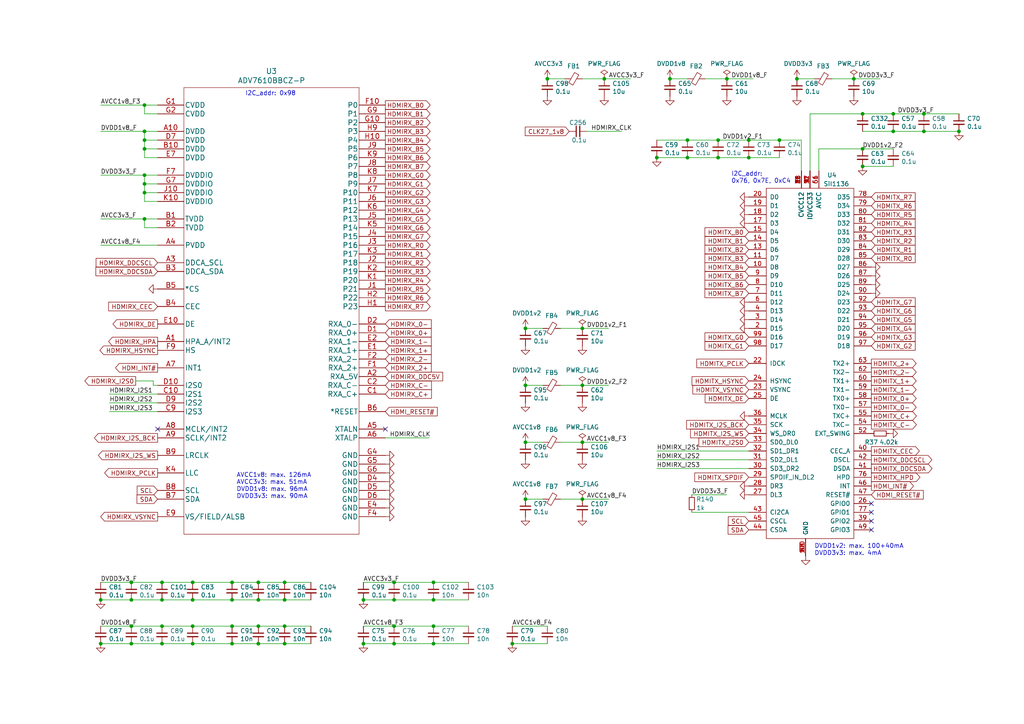
<source format=kicad_sch>
(kicad_sch (version 20250114) (generator "eeschema") (generator_version "9.0")
  (paper "A4")
  (title_block (title "OSSC Pro") (date "2024-05-26") (rev "1.6"))
  (text "AVCC1v8: max. 126mA\nAVCC3v3: max. 51mA\nDVDD1v8: max. 96mA\nDVDD3v3: max. 90mA" (at 68.58 144.78 0) (effects (font (size 1.27 1.27)) (justify left bottom)))
  (text "I2C_addr: 0x98" (at 71.12 27.94 0) (effects (font (size 1.27 1.27)) (justify left bottom)))
  (text "I2C_addr:\n0x76, 0x7E, 0xC4" (at 212.09 53.34 0) (effects (font (size 1.27 1.27)) (justify left bottom)))
  (text "DVDD1v2: max. 100+40mA\nDVDD3v3: max. 4mA" (at 236.22 161.29 0) (effects (font (size 1.27 1.27)) (justify left bottom)))
  (junction (at 125.73 168.91))
  (junction (at 82.55 181.61))
  (junction (at 259.08 33.02))
  (junction (at 217.17 45.72))
  (junction (at 74.93 181.61))
  (junction (at 168.91 128.27))
  (junction (at 38.1 186.69))
  (junction (at 158.75 22.86))
  (junction (at 152.4 144.78))
  (junction (at 114.3 186.69))
  (junction (at 250.19 33.02))
  (junction (at 55.88 181.61))
  (junction (at 46.99 168.91))
  (junction (at 38.1 181.61))
  (junction (at 105.41 173.99))
  (junction (at 125.73 173.99))
  (junction (at 267.97 33.02))
  (junction (at 55.88 186.69))
  (junction (at 168.91 95.25))
  (junction (at 231.14 22.86))
  (junction (at 41.91 38.1))
  (junction (at 114.3 168.91))
  (junction (at 41.91 40.64))
  (junction (at 114.3 181.61))
  (junction (at 278.13 38.1))
  (junction (at 259.08 38.1))
  (junction (at 168.91 111.76))
  (junction (at 38.1 168.91))
  (junction (at 46.99 186.69))
  (junction (at 194.31 22.86))
  (junction (at 208.28 45.72))
  (junction (at 267.97 38.1))
  (junction (at 82.55 173.99))
  (junction (at 199.39 40.64))
  (junction (at 250.19 43.18))
  (junction (at 152.4 128.27))
  (junction (at 82.55 186.69))
  (junction (at 168.91 144.78))
  (junction (at 247.65 22.86))
  (junction (at 175.26 22.86))
  (junction (at 29.21 186.69))
  (junction (at 125.73 181.61))
  (junction (at 38.1 173.99))
  (junction (at 82.55 168.91))
  (junction (at 55.88 168.91))
  (junction (at 41.91 63.5))
  (junction (at 67.31 168.91))
  (junction (at 41.91 53.34))
  (junction (at 74.93 186.69))
  (junction (at 74.93 168.91))
  (junction (at 67.31 186.69))
  (junction (at 67.31 173.99))
  (junction (at 41.91 43.18))
  (junction (at 210.82 22.86))
  (junction (at 114.3 173.99))
  (junction (at 250.19 48.26))
  (junction (at 105.41 186.69))
  (junction (at 67.31 181.61))
  (junction (at 29.21 173.99))
  (junction (at 46.99 181.61))
  (junction (at 199.39 45.72))
  (junction (at 46.99 173.99))
  (junction (at 41.91 30.48))
  (junction (at 190.5 45.72))
  (junction (at 152.4 95.25))
  (junction (at 226.06 40.64))
  (junction (at 74.93 173.99))
  (junction (at 148.59 186.69))
  (junction (at 152.4 111.76))
  (junction (at 41.91 55.88))
  (junction (at 208.28 40.64))
  (junction (at 217.17 40.64))
  (junction (at 41.91 50.8))
  (junction (at 125.73 186.69))
  (junction (at 55.88 173.99))
  (no_connect (at 252.73 148.59))
  (no_connect (at 252.73 146.05))
  (no_connect (at 252.73 153.67))
  (no_connect (at 252.73 151.13))
  (no_connect (at 45.72 124.46))
  (no_connect (at 111.76 124.46))
  (wire (pts (xy 125.73 168.91) (xy 135.89 168.91)))
  (wire (pts (xy 267.97 38.1) (xy 278.13 38.1)))
  (wire (pts (xy 162.56 95.25) (xy 168.91 95.25)))
  (wire (pts (xy 190.5 133.35) (xy 217.17 133.35)))
  (wire (pts (xy 41.91 40.64) (xy 41.91 38.1)))
  (wire (pts (xy 237.49 49.53) (xy 237.49 43.18)))
  (wire (pts (xy 114.3 173.99) (xy 125.73 173.99)))
  (wire (pts (xy 38.1 186.69) (xy 29.21 186.69)))
  (wire (pts (xy 199.39 40.64) (xy 190.5 40.64)))
  (wire (pts (xy 45.72 71.12) (xy 29.21 71.12)))
  (wire (pts (xy 29.21 63.5) (xy 41.91 63.5)))
  (wire (pts (xy 259.08 38.1) (xy 250.19 38.1)))
  (wire (pts (xy 82.55 168.91) (xy 74.93 168.91)))
  (wire (pts (xy 217.17 40.64) (xy 226.06 40.64)))
  (wire (pts (xy 232.41 40.64) (xy 226.06 40.64)))
  (wire (pts (xy 236.22 22.86) (xy 231.14 22.86)))
  (wire (pts (xy 45.72 116.84) (xy 31.75 116.84)))
  (wire (pts (xy 267.97 33.02) (xy 278.13 33.02)))
  (wire (pts (xy 45.72 38.1) (xy 41.91 38.1)))
  (wire (pts (xy 45.72 40.64) (xy 41.91 40.64)))
  (wire (pts (xy 125.73 181.61) (xy 135.89 181.61)))
  (wire (pts (xy 74.93 181.61) (xy 67.31 181.61)))
  (wire (pts (xy 45.72 50.8) (xy 41.91 50.8)))
  (wire (pts (xy 45.72 45.72) (xy 41.91 45.72)))
  (wire (pts (xy 41.91 45.72) (xy 41.91 43.18)))
  (wire (pts (xy 200.66 148.59) (xy 217.17 148.59)))
  (wire (pts (xy 267.97 38.1) (xy 259.08 38.1)))
  (wire (pts (xy 162.56 128.27) (xy 168.91 128.27)))
  (wire (pts (xy 67.31 168.91) (xy 55.88 168.91)))
  (wire (pts (xy 82.55 186.69) (xy 74.93 186.69)))
  (wire (pts (xy 46.99 173.99) (xy 38.1 173.99)))
  (wire (pts (xy 41.91 55.88) (xy 41.91 53.34)))
  (wire (pts (xy 157.48 111.76) (xy 152.4 111.76)))
  (wire (pts (xy 208.28 40.64) (xy 199.39 40.64)))
  (wire (pts (xy 250.19 43.18) (xy 237.49 43.18)))
  (wire (pts (xy 41.91 58.42) (xy 41.91 55.88)))
  (wire (pts (xy 218.44 22.86) (xy 210.82 22.86)))
  (wire (pts (xy 163.83 22.86) (xy 158.75 22.86)))
  (wire (pts (xy 232.41 49.53) (xy 232.41 40.64)))
  (wire (pts (xy 44.45 110.49) (xy 44.45 111.76)))
  (wire (pts (xy 90.17 181.61) (xy 82.55 181.61)))
  (wire (pts (xy 176.53 95.25) (xy 168.91 95.25)))
  (wire (pts (xy 176.53 144.78) (xy 168.91 144.78)))
  (wire (pts (xy 74.93 186.69) (xy 67.31 186.69)))
  (wire (pts (xy 157.48 95.25) (xy 152.4 95.25)))
  (wire (pts (xy 45.72 66.04) (xy 41.91 66.04)))
  (wire (pts (xy 259.08 33.02) (xy 250.19 33.02)))
  (wire (pts (xy 74.93 173.99) (xy 67.31 173.99)))
  (wire (pts (xy 114.3 186.69) (xy 125.73 186.69)))
  (wire (pts (xy 157.48 128.27) (xy 152.4 128.27)))
  (wire (pts (xy 45.72 114.3) (xy 31.75 114.3)))
  (wire (pts (xy 157.48 144.78) (xy 152.4 144.78)))
  (wire (pts (xy 45.72 58.42) (xy 41.91 58.42)))
  (wire (pts (xy 38.1 168.91) (xy 29.21 168.91)))
  (wire (pts (xy 234.95 33.02) (xy 234.95 49.53)))
  (wire (pts (xy 259.08 48.26) (xy 250.19 48.26)))
  (wire (pts (xy 31.75 119.38) (xy 45.72 119.38)))
  (wire (pts (xy 41.91 43.18) (xy 41.91 40.64)))
  (wire (pts (xy 190.5 130.81) (xy 217.17 130.81)))
  (wire (pts (xy 90.17 173.99) (xy 82.55 173.99)))
  (wire (pts (xy 162.56 111.76) (xy 168.91 111.76)))
  (wire (pts (xy 190.5 45.72) (xy 199.39 45.72)))
  (wire (pts (xy 162.56 144.78) (xy 168.91 144.78)))
  (wire (pts (xy 45.72 53.34) (xy 41.91 53.34)))
  (wire (pts (xy 210.82 143.51) (xy 200.66 143.51)))
  (wire (pts (xy 45.72 43.18) (xy 41.91 43.18)))
  (wire (pts (xy 125.73 186.69) (xy 135.89 186.69)))
  (wire (pts (xy 41.91 50.8) (xy 29.21 50.8)))
  (wire (pts (xy 45.72 55.88) (xy 41.91 55.88)))
  (wire (pts (xy 114.3 181.61) (xy 125.73 181.61)))
  (wire (pts (xy 82.55 173.99) (xy 74.93 173.99)))
  (wire (pts (xy 114.3 173.99) (xy 105.41 173.99)))
  (wire (pts (xy 158.75 181.61) (xy 148.59 181.61)))
  (wire (pts (xy 125.73 173.99) (xy 135.89 173.99)))
  (wire (pts (xy 38.1 181.61) (xy 29.21 181.61)))
  (wire (pts (xy 190.5 135.89) (xy 217.17 135.89)))
  (wire (pts (xy 74.93 168.91) (xy 67.31 168.91)))
  (wire (pts (xy 199.39 45.72) (xy 208.28 45.72)))
  (wire (pts (xy 55.88 173.99) (xy 46.99 173.99)))
  (wire (pts (xy 41.91 63.5) (xy 45.72 63.5)))
  (wire (pts (xy 208.28 40.64) (xy 217.17 40.64)))
  (wire (pts (xy 217.17 45.72) (xy 226.06 45.72)))
  (wire (pts (xy 114.3 168.91) (xy 125.73 168.91)))
  (wire (pts (xy 41.91 38.1) (xy 29.21 38.1)))
  (wire (pts (xy 176.53 111.76) (xy 168.91 111.76)))
  (wire (pts (xy 38.1 173.99) (xy 29.21 173.99)))
  (wire (pts (xy 241.3 22.86) (xy 247.65 22.86)))
  (wire (pts (xy 199.39 22.86) (xy 194.31 22.86)))
  (wire (pts (xy 41.91 66.04) (xy 41.91 63.5)))
  (wire (pts (xy 41.91 33.02) (xy 41.91 30.48)))
  (wire (pts (xy 67.31 173.99) (xy 55.88 173.99)))
  (wire (pts (xy 46.99 186.69) (xy 38.1 186.69)))
  (wire (pts (xy 82.55 181.61) (xy 74.93 181.61)))
  (wire (pts (xy 39.37 110.49) (xy 44.45 110.49)))
  (wire (pts (xy 67.31 181.61) (xy 55.88 181.61)))
  (wire (pts (xy 158.75 186.69) (xy 148.59 186.69)))
  (wire (pts (xy 41.91 30.48) (xy 45.72 30.48)))
  (wire (pts (xy 46.99 168.91) (xy 38.1 168.91)))
  (wire (pts (xy 55.88 168.91) (xy 46.99 168.91)))
  (wire (pts (xy 90.17 186.69) (xy 82.55 186.69)))
  (wire (pts (xy 44.45 111.76) (xy 45.72 111.76)))
  (wire (pts (xy 29.21 30.48) (xy 41.91 30.48)))
  (wire (pts (xy 55.88 181.61) (xy 46.99 181.61)))
  (wire (pts (xy 208.28 45.72) (xy 217.17 45.72)))
  (wire (pts (xy 114.3 181.61) (xy 105.41 181.61)))
  (wire (pts (xy 41.91 53.34) (xy 41.91 50.8)))
  (wire (pts (xy 90.17 168.91) (xy 82.55 168.91)))
  (wire (pts (xy 250.19 33.02) (xy 234.95 33.02)))
  (wire (pts (xy 124.46 127) (xy 111.76 127)))
  (wire (pts (xy 46.99 181.61) (xy 38.1 181.61)))
  (wire (pts (xy 180.34 38.1) (xy 170.18 38.1)))
  (wire (pts (xy 67.31 186.69) (xy 55.88 186.69)))
  (wire (pts (xy 168.91 22.86) (xy 175.26 22.86)))
  (wire (pts (xy 45.72 33.02) (xy 41.91 33.02)))
  (wire (pts (xy 55.88 186.69) (xy 46.99 186.69)))
  (wire (pts (xy 255.27 22.86) (xy 247.65 22.86)))
  (wire (pts (xy 259.08 43.18) (xy 250.19 43.18)))
  (wire (pts (xy 182.88 22.86) (xy 175.26 22.86)))
  (wire (pts (xy 259.08 33.02) (xy 267.97 33.02)))
  (wire (pts (xy 204.47 22.86) (xy 210.82 22.86)))
  (wire (pts (xy 176.53 128.27) (xy 168.91 128.27)))
  (wire (pts (xy 114.3 186.69) (xy 105.41 186.69)))
  (wire (pts (xy 114.3 168.91) (xy 105.41 168.91)))
  (label "AVCC1v8_F4" (at 29.21 71.12 0))
  (label "HDMIRX_CLK" (at 113.03 127 0))
  (label "DVDD1v8_F" (at 29.21 181.61 0))
  (label "HDMIRX_I2S1" (at 190.5 130.81 0))
  (label "DVDD1v2_F1" (at 170.18 95.25 0))
  (label "DVDD1v2_F1" (at 209.55 40.64 0))
  (label "AVCC1v8_F3" (at 170.18 128.27 0))
  (label "DVDD1v8_F" (at 29.21 38.1 0))
  (label "DVDD1v2_F2" (at 250.19 43.18 0))
  (label "DVDD1v2_F2" (at 170.18 111.76 0))
  (label "HDMIRX_I2S2" (at 190.5 133.35 0))
  (label "AVCC1v8_F3" (at 105.41 181.61 0))
  (label "HDMIRX_CLK" (at 171.45 38.1 0))
  (label "AVCC1v8_F4" (at 148.59 181.61 0))
  (label "AVCC1v8_F4" (at 170.18 144.78 0))
  (label "HDMIRX_I2S3" (at 31.75 119.38 0))
  (label "DVDD3v3_F" (at 29.21 50.8 0))
  (label "AVCC1v8_F3" (at 29.21 30.48 0))
  (label "AVCC3v3_F" (at 105.41 168.91 0))
  (label "DVDD3v3_F" (at 29.21 168.91 0))
  (label "HDMIRX_I2S2" (at 31.75 116.84 0))
  (label "DVDD3v3_F" (at 248.92 22.86 0))
  (label "HDMIRX_I2S1" (at 31.75 114.3 0))
  (label "DVDD3v3_F" (at 200.66 143.51 0))
  (label "AVCC3v3_F" (at 29.21 63.5 0))
  (label "AVCC3v3_F" (at 176.53 22.86 0))
  (label "DVDD3v3_F" (at 260.35 33.02 0))
  (label "DVDD1v8_F" (at 212.09 22.86 0))
  (label "HDMIRX_I2S3" (at 190.5 135.89 0))
  (global_label "HDMITX_G7" (shape input) (at 252.73 87.63 0) (property "Intersheetrefs" "${INTERSHEET_REFS}" (effects (hide yes))))
  (global_label "HDMIRX_HSYNC" (shape output) (at 45.72 101.6 180) (property "Intersheetrefs" "${INTERSHEET_REFS}" (effects (hide yes))))
  (global_label "HDMITX_DDCSCL" (shape output) (at 252.73 133.35 0) (property "Intersheetrefs" "${INTERSHEET_REFS}" (effects (hide yes))))
  (global_label "HDMITX_PCLK" (shape input) (at 217.17 105.41 180) (property "Intersheetrefs" "${INTERSHEET_REFS}" (effects (hide yes))))
  (global_label "HDMI_RESET#" (shape input) (at 111.76 119.38 0) (property "Intersheetrefs" "${INTERSHEET_REFS}" (effects (hide yes))))
  (global_label "HDMI_RESET#" (shape input) (at 252.73 143.51 0) (property "Intersheetrefs" "${INTERSHEET_REFS}" (effects (hide yes))))
  (global_label "HDMIRX_2-" (shape input) (at 111.76 104.14 0) (property "Intersheetrefs" "${INTERSHEET_REFS}" (effects (hide yes))))
  (global_label "HDMIRX_C+" (shape input) (at 111.76 114.3 0) (property "Intersheetrefs" "${INTERSHEET_REFS}" (effects (hide yes))))
  (global_label "HDMIRX_1+" (shape input) (at 111.76 101.6 0) (property "Intersheetrefs" "${INTERSHEET_REFS}" (effects (hide yes))))
  (global_label "HDMIRX_G7" (shape output) (at 111.76 68.58 0) (property "Intersheetrefs" "${INTERSHEET_REFS}" (effects (hide yes))))
  (global_label "HDMITX_R6" (shape input) (at 252.73 59.69 0) (property "Intersheetrefs" "${INTERSHEET_REFS}" (effects (hide yes))))
  (global_label "HDMIRX_R3" (shape output) (at 111.76 78.74 0) (property "Intersheetrefs" "${INTERSHEET_REFS}" (effects (hide yes))))
  (global_label "SCL" (shape input) (at 217.17 151.13 180) (property "Intersheetrefs" "${INTERSHEET_REFS}" (effects (hide yes))))
  (global_label "HDMITX_G5" (shape input) (at 252.73 92.71 0) (property "Intersheetrefs" "${INTERSHEET_REFS}" (effects (hide yes))))
  (global_label "HDMITX_HPD" (shape output) (at 252.73 138.43 0) (property "Intersheetrefs" "${INTERSHEET_REFS}" (effects (hide yes))))
  (global_label "HDMIRX_B3" (shape output) (at 111.76 38.1 0) (property "Intersheetrefs" "${INTERSHEET_REFS}" (effects (hide yes))))
  (global_label "HDMIRX_B2" (shape output) (at 111.76 35.56 0) (property "Intersheetrefs" "${INTERSHEET_REFS}" (effects (hide yes))))
  (global_label "HDMIRX_B4" (shape output) (at 111.76 40.64 0) (property "Intersheetrefs" "${INTERSHEET_REFS}" (effects (hide yes))))
  (global_label "HDMITX_R2" (shape input) (at 252.73 69.85 0) (property "Intersheetrefs" "${INTERSHEET_REFS}" (effects (hide yes))))
  (global_label "HDMIRX_1-" (shape input) (at 111.76 99.06 0) (property "Intersheetrefs" "${INTERSHEET_REFS}" (effects (hide yes))))
  (global_label "HDMIRX_0-" (shape input) (at 111.76 93.98 0) (property "Intersheetrefs" "${INTERSHEET_REFS}" (effects (hide yes))))
  (global_label "HDMITX_I2S_WS" (shape input) (at 217.17 125.73 180) (property "Intersheetrefs" "${INTERSHEET_REFS}" (effects (hide yes))))
  (global_label "HDMITX_B3" (shape input) (at 217.17 74.93 180) (property "Intersheetrefs" "${INTERSHEET_REFS}" (effects (hide yes))))
  (global_label "HDMITX_SPDIF" (shape input) (at 217.17 138.43 180) (property "Intersheetrefs" "${INTERSHEET_REFS}" (effects (hide yes))))
  (global_label "HDMIRX_R0" (shape output) (at 111.76 71.12 0) (property "Intersheetrefs" "${INTERSHEET_REFS}" (effects (hide yes))))
  (global_label "HDMITX_B4" (shape input) (at 217.17 77.47 180) (property "Intersheetrefs" "${INTERSHEET_REFS}" (effects (hide yes))))
  (global_label "HDMITX_2+" (shape output) (at 252.73 105.41 0) (property "Intersheetrefs" "${INTERSHEET_REFS}" (effects (hide yes))))
  (global_label "HDMIRX_G3" (shape output) (at 111.76 58.42 0) (property "Intersheetrefs" "${INTERSHEET_REFS}" (effects (hide yes))))
  (global_label "HDMIRX_G5" (shape output) (at 111.76 63.5 0) (property "Intersheetrefs" "${INTERSHEET_REFS}" (effects (hide yes))))
  (global_label "HDMIRX_CEC" (shape input) (at 45.72 88.9 180) (property "Intersheetrefs" "${INTERSHEET_REFS}" (effects (hide yes))))
  (global_label "HDMIRX_I2S_BCK" (shape output) (at 45.72 127 180) (property "Intersheetrefs" "${INTERSHEET_REFS}" (effects (hide yes))))
  (global_label "HDMITX_CEC" (shape output) (at 252.73 130.81 0) (property "Intersheetrefs" "${INTERSHEET_REFS}" (effects (hide yes))))
  (global_label "HDMITX_1-" (shape output) (at 252.73 113.03 0) (property "Intersheetrefs" "${INTERSHEET_REFS}" (effects (hide yes))))
  (global_label "HDMITX_1+" (shape output) (at 252.73 110.49 0) (property "Intersheetrefs" "${INTERSHEET_REFS}" (effects (hide yes))))
  (global_label "HDMIRX_VSYNC" (shape output) (at 45.72 149.86 180) (property "Intersheetrefs" "${INTERSHEET_REFS}" (effects (hide yes))))
  (global_label "HDMITX_I2S0" (shape input) (at 217.17 128.27 180) (property "Intersheetrefs" "${INTERSHEET_REFS}" (effects (hide yes))))
  (global_label "HDMITX_DE" (shape input) (at 217.17 115.57 180) (property "Intersheetrefs" "${INTERSHEET_REFS}" (effects (hide yes))))
  (global_label "HDMIRX_R6" (shape output) (at 111.76 86.36 0) (property "Intersheetrefs" "${INTERSHEET_REFS}" (effects (hide yes))))
  (global_label "HDMITX_B7" (shape input) (at 217.17 85.09 180) (property "Intersheetrefs" "${INTERSHEET_REFS}" (effects (hide yes))))
  (global_label "HDMIRX_C-" (shape input) (at 111.76 111.76 0) (property "Intersheetrefs" "${INTERSHEET_REFS}" (effects (hide yes))))
  (global_label "HDMI_INT#" (shape output) (at 45.72 106.68 180) (property "Intersheetrefs" "${INTERSHEET_REFS}" (effects (hide yes))))
  (global_label "HDMITX_R1" (shape input) (at 252.73 72.39 0) (property "Intersheetrefs" "${INTERSHEET_REFS}" (effects (hide yes))))
  (global_label "SDA" (shape input) (at 45.72 144.78 180) (property "Intersheetrefs" "${INTERSHEET_REFS}" (effects (hide yes))))
  (global_label "HDMIRX_DE" (shape output) (at 45.72 93.98 180) (property "Intersheetrefs" "${INTERSHEET_REFS}" (effects (hide yes))))
  (global_label "HDMIRX_PCLK" (shape output) (at 45.72 137.16 180) (property "Intersheetrefs" "${INTERSHEET_REFS}" (effects (hide yes))))
  (global_label "HDMITX_R5" (shape input) (at 252.73 62.23 0) (property "Intersheetrefs" "${INTERSHEET_REFS}" (effects (hide yes))))
  (global_label "HDMITX_G2" (shape input) (at 252.73 100.33 0) (property "Intersheetrefs" "${INTERSHEET_REFS}" (effects (hide yes))))
  (global_label "HDMITX_B5" (shape input) (at 217.17 80.01 180) (property "Intersheetrefs" "${INTERSHEET_REFS}" (effects (hide yes))))
  (global_label "HDMIRX_G0" (shape output) (at 111.76 50.8 0) (property "Intersheetrefs" "${INTERSHEET_REFS}" (effects (hide yes))))
  (global_label "HDMIRX_R1" (shape output) (at 111.76 73.66 0) (property "Intersheetrefs" "${INTERSHEET_REFS}" (effects (hide yes))))
  (global_label "HDMITX_G1" (shape input) (at 217.17 100.33 180) (property "Intersheetrefs" "${INTERSHEET_REFS}" (effects (hide yes))))
  (global_label "HDMIRX_DDCSCL" (shape input) (at 45.72 76.2 180) (property "Intersheetrefs" "${INTERSHEET_REFS}" (effects (hide yes))))
  (global_label "HDMIRX_G4" (shape output) (at 111.76 60.96 0) (property "Intersheetrefs" "${INTERSHEET_REFS}" (effects (hide yes))))
  (global_label "HDMITX_0+" (shape output) (at 252.73 115.57 0) (property "Intersheetrefs" "${INTERSHEET_REFS}" (effects (hide yes))))
  (global_label "HDMIRX_R4" (shape output) (at 111.76 81.28 0) (property "Intersheetrefs" "${INTERSHEET_REFS}" (effects (hide yes))))
  (global_label "SDA" (shape input) (at 217.17 153.67 180) (property "Intersheetrefs" "${INTERSHEET_REFS}" (effects (hide yes))))
  (global_label "HDMIRX_R5" (shape output) (at 111.76 83.82 0) (property "Intersheetrefs" "${INTERSHEET_REFS}" (effects (hide yes))))
  (global_label "HDMITX_2-" (shape output) (at 252.73 107.95 0) (property "Intersheetrefs" "${INTERSHEET_REFS}" (effects (hide yes))))
  (global_label "HDMIRX_G2" (shape output) (at 111.76 55.88 0) (property "Intersheetrefs" "${INTERSHEET_REFS}" (effects (hide yes))))
  (global_label "HDMIRX_B0" (shape output) (at 111.76 30.48 0) (property "Intersheetrefs" "${INTERSHEET_REFS}" (effects (hide yes))))
  (global_label "HDMI_INT#" (shape output) (at 252.73 140.97 0) (property "Intersheetrefs" "${INTERSHEET_REFS}" (effects (hide yes))))
  (global_label "HDMITX_I2S_BCK" (shape input) (at 217.17 123.19 180) (property "Intersheetrefs" "${INTERSHEET_REFS}" (effects (hide yes))))
  (global_label "HDMIRX_B7" (shape output) (at 111.76 48.26 0) (property "Intersheetrefs" "${INTERSHEET_REFS}" (effects (hide yes))))
  (global_label "HDMIRX_I2S_WS" (shape output) (at 45.72 132.08 180) (property "Intersheetrefs" "${INTERSHEET_REFS}" (effects (hide yes))))
  (global_label "HDMITX_G0" (shape input) (at 217.17 97.79 180) (property "Intersheetrefs" "${INTERSHEET_REFS}" (effects (hide yes))))
  (global_label "HDMITX_R7" (shape input) (at 252.73 57.15 0) (property "Intersheetrefs" "${INTERSHEET_REFS}" (effects (hide yes))))
  (global_label "HDMIRX_DDC5V" (shape input) (at 111.76 109.22 0) (property "Intersheetrefs" "${INTERSHEET_REFS}" (effects (hide yes))))
  (global_label "HDMIRX_B6" (shape output) (at 111.76 45.72 0) (property "Intersheetrefs" "${INTERSHEET_REFS}" (effects (hide yes))))
  (global_label "SCL" (shape input) (at 45.72 142.24 180) (property "Intersheetrefs" "${INTERSHEET_REFS}" (effects (hide yes))))
  (global_label "CLK27_1v8" (shape input) (at 165.1 38.1 180) (property "Intersheetrefs" "${INTERSHEET_REFS}" (effects (hide yes))))
  (global_label "HDMIRX_R2" (shape output) (at 111.76 76.2 0) (property "Intersheetrefs" "${INTERSHEET_REFS}" (effects (hide yes))))
  (global_label "HDMIRX_I2S0" (shape output) (at 39.37 110.49 180) (property "Intersheetrefs" "${INTERSHEET_REFS}" (effects (hide yes))))
  (global_label "HDMIRX_G6" (shape output) (at 111.76 66.04 0) (property "Intersheetrefs" "${INTERSHEET_REFS}" (effects (hide yes))))
  (global_label "HDMITX_C+" (shape output) (at 252.73 120.65 0) (property "Intersheetrefs" "${INTERSHEET_REFS}" (effects (hide yes))))
  (global_label "HDMITX_B2" (shape input) (at 217.17 72.39 180) (property "Intersheetrefs" "${INTERSHEET_REFS}" (effects (hide yes))))
  (global_label "HDMIRX_G1" (shape output) (at 111.76 53.34 0) (property "Intersheetrefs" "${INTERSHEET_REFS}" (effects (hide yes))))
  (global_label "HDMITX_C-" (shape output) (at 252.73 123.19 0) (property "Intersheetrefs" "${INTERSHEET_REFS}" (effects (hide yes))))
  (global_label "HDMIRX_0+" (shape input) (at 111.76 96.52 0) (property "Intersheetrefs" "${INTERSHEET_REFS}" (effects (hide yes))))
  (global_label "HDMITX_B6" (shape input) (at 217.17 82.55 180) (property "Intersheetrefs" "${INTERSHEET_REFS}" (effects (hide yes))))
  (global_label "HDMITX_R4" (shape input) (at 252.73 64.77 0) (property "Intersheetrefs" "${INTERSHEET_REFS}" (effects (hide yes))))
  (global_label "HDMITX_G4" (shape input) (at 252.73 95.25 0) (property "Intersheetrefs" "${INTERSHEET_REFS}" (effects (hide yes))))
  (global_label "HDMITX_G6" (shape input) (at 252.73 90.17 0) (property "Intersheetrefs" "${INTERSHEET_REFS}" (effects (hide yes))))
  (global_label "HDMIRX_DDCSDA" (shape input) (at 45.72 78.74 180) (property "Intersheetrefs" "${INTERSHEET_REFS}" (effects (hide yes))))
  (global_label "HDMIRX_2+" (shape input) (at 111.76 106.68 0) (property "Intersheetrefs" "${INTERSHEET_REFS}" (effects (hide yes))))
  (global_label "HDMITX_HSYNC" (shape input) (at 217.17 110.49 180) (property "Intersheetrefs" "${INTERSHEET_REFS}" (effects (hide yes))))
  (global_label "HDMITX_R3" (shape input) (at 252.73 67.31 0) (property "Intersheetrefs" "${INTERSHEET_REFS}" (effects (hide yes))))
  (global_label "HDMITX_B0" (shape input) (at 217.17 67.31 180) (property "Intersheetrefs" "${INTERSHEET_REFS}" (effects (hide yes))))
  (global_label "HDMITX_0-" (shape output) (at 252.73 118.11 0) (property "Intersheetrefs" "${INTERSHEET_REFS}" (effects (hide yes))))
  (global_label "HDMITX_DDCSDA" (shape output) (at 252.73 135.89 0) (property "Intersheetrefs" "${INTERSHEET_REFS}" (effects (hide yes))))
  (global_label "HDMITX_R0" (shape input) (at 252.73 74.93 0) (property "Intersheetrefs" "${INTERSHEET_REFS}" (effects (hide yes))))
  (global_label "HDMITX_VSYNC" (shape input) (at 217.17 113.03 180) (property "Intersheetrefs" "${INTERSHEET_REFS}" (effects (hide yes))))
  (global_label "HDMITX_B1" (shape input) (at 217.17 69.85 180) (property "Intersheetrefs" "${INTERSHEET_REFS}" (effects (hide yes))))
  (global_label "HDMIRX_B5" (shape output) (at 111.76 43.18 0) (property "Intersheetrefs" "${INTERSHEET_REFS}" (effects (hide yes))))
  (global_label "HDMIRX_HPA" (shape output) (at 45.72 99.06 180) (property "Intersheetrefs" "${INTERSHEET_REFS}" (effects (hide yes))))
  (global_label "HDMIRX_B1" (shape output) (at 111.76 33.02 0) (property "Intersheetrefs" "${INTERSHEET_REFS}" (effects (hide yes))))
  (global_label "HDMIRX_R7" (shape output) (at 111.76 88.9 0) (property "Intersheetrefs" "${INTERSHEET_REFS}" (effects (hide yes))))
  (global_label "HDMITX_G3" (shape input) (at 252.73 97.79 0) (property "Intersheetrefs" "${INTERSHEET_REFS}" (effects (hide yes))))
  (symbol (lib_id "custom_components:ADV7610BBCZ") (at 45.72 30.48 0) (unit 1)
    (property "Reference" "U3" (at 78.74 20.6502 0) (effects (font (size 1.524 1.524))))
    (property "Value" "ADV7610BBCZ-P" (at 78.74 23.3426 0) (effects (font (size 1.524 1.524))))
    (property "Footprint" "custom_components:ADV7610BBCZ" (effects (hide yes)))
  )
  (symbol (lib_id "Device:C_Small") (at 267.97 35.56 0) (unit 1)
    (property "Reference" "C58" (at 270.3068 34.3916 0) (effects (justify left)))
    (property "Value" "0.1u" (at 270.3068 36.703 0) (effects (justify left)))
    (property "Footprint" "Capacitor_SMD:C_0402_1005Metric" (effects (hide yes)))
  )
  (symbol (lib_id "Device:C_Small") (at 190.5 43.18 0) (unit 1)
    (property "Reference" "C59" (at 192.8368 42.0116 0) (effects (justify left)))
    (property "Value" "0.1u" (at 192.8368 44.323 0) (effects (justify left)))
    (property "Footprint" "Capacitor_SMD:C_0402_1005Metric" (effects (hide yes)))
  )
  (symbol (lib_id "Device:C_Small") (at 199.39 43.18 0) (unit 1)
    (property "Reference" "C60" (at 201.7268 42.0116 0) (effects (justify left)))
    (property "Value" "0.1u" (at 201.7268 44.323 0) (effects (justify left)))
    (property "Footprint" "Capacitor_SMD:C_0402_1005Metric" (effects (hide yes)))
  )
  (symbol (lib_id "power:GND") (at 278.13 38.1 0) (unit 1)
    (property "Reference" "#PWR0409" (effects (hide yes)))
    (property "Value" "GND" (effects (hide yes)))
  )
  (symbol (lib_id "Device:C_Small") (at 259.08 35.56 0) (unit 1)
    (property "Reference" "C57" (at 261.4168 34.3916 0) (effects (justify left)))
    (property "Value" "0.1u" (at 261.4168 36.703 0) (effects (justify left)))
    (property "Footprint" "Capacitor_SMD:C_0402_1005Metric" (effects (hide yes)))
  )
  (symbol (lib_id "Device:C_Small") (at 278.13 35.56 0) (unit 1)
    (property "Reference" "C70" (at 280.4668 34.3916 0) (effects (justify left)))
    (property "Value" "0.1u" (at 280.4668 36.703 0) (effects (justify left)))
    (property "Footprint" "Capacitor_SMD:C_0402_1005Metric" (effects (hide yes)))
  )
  (symbol (lib_id "Device:C_Small") (at 259.08 45.72 0) (unit 1)
    (property "Reference" "C64" (at 261.4168 44.5516 0) (effects (justify left)))
    (property "Value" "0.1u" (at 261.4168 46.863 0) (effects (justify left)))
    (property "Footprint" "Capacitor_SMD:C_0402_1005Metric" (effects (hide yes)))
  )
  (symbol (lib_id "Device:C_Small") (at 250.19 45.72 0) (unit 1)
    (property "Reference" "C63" (at 252.5268 44.5516 0) (effects (justify left)))
    (property "Value" "0.1u" (at 252.5268 46.863 0) (effects (justify left)))
    (property "Footprint" "Capacitor_SMD:C_0402_1005Metric" (effects (hide yes)))
  )
  (symbol (lib_id "power:GND") (at 250.19 48.26 0) (unit 1)
    (property "Reference" "#PWR0411" (effects (hide yes)))
    (property "Value" "GND" (effects (hide yes)))
  )
  (symbol (lib_id "power:GND") (at 233.68 161.29 0) (unit 1)
    (property "Reference" "#PWR0412" (effects (hide yes)))
    (property "Value" "GND" (effects (hide yes)))
  )
  (symbol (lib_id "power:GND") (at 217.17 140.97 270) (unit 1)
    (property "Reference" "#PWR0413" (effects (hide yes)))
    (property "Value" "GND" (effects (hide yes)))
  )
  (symbol (lib_id "Device:R_Small") (at 255.27 125.73 270) (unit 1)
    (property "Reference" "R37" (at 252.73 128.27 90))
    (property "Value" "4.02k" (at 257.81 128.27 90))
    (property "Footprint" "Resistor_SMD:R_0603_1608Metric" (effects (hide yes)))
  )
  (symbol (lib_id "power:GND") (at 257.81 125.73 90) (unit 1)
    (property "Reference" "#PWR0414" (effects (hide yes)))
    (property "Value" "GND" (effects (hide yes)))
  )
  (symbol (lib_id "Device:C_Small") (at 158.75 25.4 0) (unit 1)
    (property "Reference" "C98" (at 161.0868 24.2316 0) (effects (justify left)))
    (property "Value" "0.1u" (at 161.0868 26.543 0) (effects (justify left)))
    (property "Footprint" "Capacitor_SMD:C_0402_1005Metric" (effects (hide yes)))
  )
  (symbol (lib_id "Device:C_Small") (at 175.26 25.4 0) (unit 1)
    (property "Reference" "C105" (at 177.5968 24.2316 0) (effects (justify left)))
    (property "Value" "10u" (at 177.5968 26.543 0) (effects (justify left)))
    (property "Footprint" "Capacitor_SMD:C_0603_1608Metric" (effects (hide yes)))
  )
  (symbol (lib_id "custom_components:AVCC3v3") (at 158.75 22.86 0) (unit 1)
    (property "Reference" "#PWR0415" (effects (hide yes)))
    (property "Value" "AVCC3v3" (at 159.131 18.4658 0))
  )
  (symbol (lib_id "power:GND") (at 158.75 27.94 0) (unit 1)
    (property "Reference" "#PWR0416" (effects (hide yes)))
    (property "Value" "GND" (effects (hide yes)))
  )
  (symbol (lib_id "power:GND") (at 175.26 27.94 0) (unit 1)
    (property "Reference" "#PWR0417" (effects (hide yes)))
    (property "Value" "GND" (effects (hide yes)))
  )
  (symbol (lib_id "Device:C_Small") (at 194.31 25.4 0) (unit 1)
    (property "Reference" "C65" (at 196.6468 24.2316 0) (effects (justify left)))
    (property "Value" "0.1u" (at 196.6468 26.543 0) (effects (justify left)))
    (property "Footprint" "Capacitor_SMD:C_0402_1005Metric" (effects (hide yes)))
  )
  (symbol (lib_id "Device:C_Small") (at 210.82 25.4 0) (unit 1)
    (property "Reference" "C61" (at 213.1568 24.2316 0) (effects (justify left)))
    (property "Value" "10u" (at 213.1568 26.543 0) (effects (justify left)))
    (property "Footprint" "Capacitor_SMD:C_0603_1608Metric" (effects (hide yes)))
  )
  (symbol (lib_id "power:GND") (at 194.31 27.94 0) (unit 1)
    (property "Reference" "#PWR0418" (effects (hide yes)))
    (property "Value" "GND" (effects (hide yes)))
  )
  (symbol (lib_id "power:GND") (at 210.82 27.94 0) (unit 1)
    (property "Reference" "#PWR0419" (effects (hide yes)))
    (property "Value" "GND" (effects (hide yes)))
  )
  (symbol (lib_id "custom_components:DVDD1v8") (at 194.31 22.86 0) (unit 1)
    (property "Reference" "#PWR0420" (effects (hide yes)))
    (property "Value" "DVDD1v8" (at 194.691 18.4658 0))
  )
  (symbol (lib_id "Device:C_Small") (at 231.14 25.4 0) (unit 1)
    (property "Reference" "C68" (at 233.4768 24.2316 0) (effects (justify left)))
    (property "Value" "0.1u" (at 233.4768 26.543 0) (effects (justify left)))
    (property "Footprint" "Capacitor_SMD:C_0402_1005Metric" (effects (hide yes)))
  )
  (symbol (lib_id "Device:C_Small") (at 247.65 25.4 0) (unit 1)
    (property "Reference" "C69" (at 249.9868 24.2316 0) (effects (justify left)))
    (property "Value" "10u" (at 249.9868 26.543 0) (effects (justify left)))
    (property "Footprint" "Capacitor_SMD:C_0603_1608Metric" (effects (hide yes)))
  )
  (symbol (lib_id "power:GND") (at 231.14 27.94 0) (unit 1)
    (property "Reference" "#PWR0421" (effects (hide yes)))
    (property "Value" "GND" (effects (hide yes)))
  )
  (symbol (lib_id "power:GND") (at 247.65 27.94 0) (unit 1)
    (property "Reference" "#PWR0422" (effects (hide yes)))
    (property "Value" "GND" (effects (hide yes)))
  )
  (symbol (lib_id "custom_components:DVDD3v3") (at 231.14 22.86 0) (unit 1)
    (property "Reference" "#PWR0423" (effects (hide yes)))
    (property "Value" "DVDD3v3" (at 231.521 18.4658 0))
  )
  (symbol (lib_id "Device:C_Small") (at 167.64 38.1 90) (unit 1)
    (property "Reference" "C256" (at 170.18 35.56 90) (effects (justify left)))
    (property "Value" "0.1u" (at 170.18 40.64 90) (effects (justify left)))
    (property "Footprint" "Capacitor_SMD:C_0402_1005Metric" (effects (hide yes)))
  )
  (symbol (lib_id "Device:C_Small") (at 152.4 97.79 0) (unit 1)
    (property "Reference" "C67" (at 154.7368 96.6216 0) (effects (justify left)))
    (property "Value" "0.1u" (at 154.7368 98.933 0) (effects (justify left)))
    (property "Footprint" "Capacitor_SMD:C_0402_1005Metric" (effects (hide yes)))
  )
  (symbol (lib_id "Device:C_Small") (at 168.91 97.79 0) (unit 1)
    (property "Reference" "C71" (at 171.2468 96.6216 0) (effects (justify left)))
    (property "Value" "10u" (at 171.2468 98.933 0) (effects (justify left)))
    (property "Footprint" "Capacitor_SMD:C_0603_1608Metric" (effects (hide yes)))
  )
  (symbol (lib_id "power:GND") (at 152.4 100.33 0) (unit 1)
    (property "Reference" "#PWR0424" (effects (hide yes)))
    (property "Value" "GND" (effects (hide yes)))
  )
  (symbol (lib_id "power:GND") (at 168.91 100.33 0) (unit 1)
    (property "Reference" "#PWR0425" (effects (hide yes)))
    (property "Value" "GND" (effects (hide yes)))
  )
  (symbol (lib_id "Device:C_Small") (at 152.4 114.3 0) (unit 1)
    (property "Reference" "C95" (at 154.7368 113.1316 0) (effects (justify left)))
    (property "Value" "0.1u" (at 154.7368 115.443 0) (effects (justify left)))
    (property "Footprint" "Capacitor_SMD:C_0402_1005Metric" (effects (hide yes)))
  )
  (symbol (lib_id "Device:C_Small") (at 168.91 114.3 0) (unit 1)
    (property "Reference" "C62" (at 171.2468 113.1316 0) (effects (justify left)))
    (property "Value" "10u" (at 171.2468 115.443 0) (effects (justify left)))
    (property "Footprint" "Capacitor_SMD:C_0603_1608Metric" (effects (hide yes)))
  )
  (symbol (lib_id "power:GND") (at 152.4 116.84 0) (unit 1)
    (property "Reference" "#PWR0427" (effects (hide yes)))
    (property "Value" "GND" (effects (hide yes)))
  )
  (symbol (lib_id "power:GND") (at 168.91 116.84 0) (unit 1)
    (property "Reference" "#PWR0428" (effects (hide yes)))
    (property "Value" "GND" (effects (hide yes)))
  )
  (symbol (lib_id "Device:C_Small") (at 152.4 130.81 0) (unit 1)
    (property "Reference" "C96" (at 154.7368 129.6416 0) (effects (justify left)))
    (property "Value" "0.1u" (at 154.7368 131.953 0) (effects (justify left)))
    (property "Footprint" "Capacitor_SMD:C_0402_1005Metric" (effects (hide yes)))
  )
  (symbol (lib_id "Device:C_Small") (at 168.91 130.81 0) (unit 1)
    (property "Reference" "C106" (at 171.2468 129.6416 0) (effects (justify left)))
    (property "Value" "10u" (at 171.2468 131.953 0) (effects (justify left)))
    (property "Footprint" "Capacitor_SMD:C_0603_1608Metric" (effects (hide yes)))
  )
  (symbol (lib_id "power:GND") (at 152.4 133.35 0) (unit 1)
    (property "Reference" "#PWR0430" (effects (hide yes)))
    (property "Value" "GND" (effects (hide yes)))
  )
  (symbol (lib_id "power:GND") (at 168.91 133.35 0) (unit 1)
    (property "Reference" "#PWR0431" (effects (hide yes)))
    (property "Value" "GND" (effects (hide yes)))
  )
  (symbol (lib_id "custom_components:AVCC1v8") (at 152.4 128.27 0) (unit 1)
    (property "Reference" "#PWR0432" (effects (hide yes)))
    (property "Value" "AVCC1v8" (at 152.781 123.8758 0))
  )
  (symbol (lib_id "Device:C_Small") (at 152.4 147.32 0) (unit 1)
    (property "Reference" "C97" (at 154.7368 146.1516 0) (effects (justify left)))
    (property "Value" "0.1u" (at 154.7368 148.463 0) (effects (justify left)))
    (property "Footprint" "Capacitor_SMD:C_0402_1005Metric" (effects (hide yes)))
  )
  (symbol (lib_id "Device:C_Small") (at 168.91 147.32 0) (unit 1)
    (property "Reference" "C107" (at 171.2468 146.1516 0) (effects (justify left)))
    (property "Value" "10u" (at 171.2468 148.463 0) (effects (justify left)))
    (property "Footprint" "Capacitor_SMD:C_0603_1608Metric" (effects (hide yes)))
  )
  (symbol (lib_id "power:GND") (at 152.4 149.86 0) (unit 1)
    (property "Reference" "#PWR0433" (effects (hide yes)))
    (property "Value" "GND" (effects (hide yes)))
  )
  (symbol (lib_id "power:GND") (at 168.91 149.86 0) (unit 1)
    (property "Reference" "#PWR0434" (effects (hide yes)))
    (property "Value" "GND" (effects (hide yes)))
  )
  (symbol (lib_id "custom_components:AVCC1v8") (at 152.4 144.78 0) (unit 1)
    (property "Reference" "#PWR0435" (effects (hide yes)))
    (property "Value" "AVCC1v8" (at 152.781 140.3858 0))
  )
  (symbol (lib_id "Device:C_Small") (at 29.21 171.45 0) (unit 1)
    (property "Reference" "C81" (at 31.5468 170.2816 0) (effects (justify left)))
    (property "Value" "0.1u" (at 31.5468 172.593 0) (effects (justify left)))
    (property "Footprint" "Capacitor_SMD:C_0402_1005Metric" (effects (hide yes)))
  )
  (symbol (lib_id "power:GND") (at 29.21 173.99 0) (unit 1)
    (property "Reference" "#PWR0436" (effects (hide yes)))
    (property "Value" "GND" (effects (hide yes)))
  )
  (symbol (lib_id "Device:C_Small") (at 38.1 171.45 0) (unit 1)
    (property "Reference" "C82" (at 40.4368 170.2816 0) (effects (justify left)))
    (property "Value" "0.1u" (at 40.4368 172.593 0) (effects (justify left)))
    (property "Footprint" "Capacitor_SMD:C_0402_1005Metric" (effects (hide yes)))
  )
  (symbol (lib_id "Device:C_Small") (at 46.99 171.45 0) (unit 1)
    (property "Reference" "C101" (at 49.3268 170.2816 0) (effects (justify left)))
    (property "Value" "0.1u" (at 49.3268 172.593 0) (effects (justify left)))
    (property "Footprint" "Capacitor_SMD:C_0402_1005Metric" (effects (hide yes)))
  )
  (symbol (lib_id "Device:C_Small") (at 55.88 171.45 0) (unit 1)
    (property "Reference" "C83" (at 58.2168 170.2816 0) (effects (justify left)))
    (property "Value" "0.1u" (at 58.2168 172.593 0) (effects (justify left)))
    (property "Footprint" "Capacitor_SMD:C_0402_1005Metric" (effects (hide yes)))
  )
  (symbol (lib_id "Device:C_Small") (at 67.31 171.45 0) (unit 1)
    (property "Reference" "C84" (at 69.6468 170.2816 0) (effects (justify left)))
    (property "Value" "10n" (at 69.6468 172.593 0) (effects (justify left)))
    (property "Footprint" "Capacitor_SMD:C_0402_1005Metric" (effects (hide yes)))
  )
  (symbol (lib_id "Device:C_Small") (at 74.93 171.45 0) (unit 1)
    (property "Reference" "C85" (at 77.2668 170.2816 0) (effects (justify left)))
    (property "Value" "10n" (at 77.2668 172.593 0) (effects (justify left)))
    (property "Footprint" "Capacitor_SMD:C_0402_1005Metric" (effects (hide yes)))
  )
  (symbol (lib_id "Device:C_Small") (at 82.55 171.45 0) (unit 1)
    (property "Reference" "C86" (at 84.8868 170.2816 0) (effects (justify left)))
    (property "Value" "10n" (at 84.8868 172.593 0) (effects (justify left)))
    (property "Footprint" "Capacitor_SMD:C_0402_1005Metric" (effects (hide yes)))
  )
  (symbol (lib_id "Device:C_Small") (at 90.17 171.45 0) (unit 1)
    (property "Reference" "C104" (at 92.5068 170.2816 0) (effects (justify left)))
    (property "Value" "10n" (at 92.5068 172.593 0) (effects (justify left)))
    (property "Footprint" "Capacitor_SMD:C_0402_1005Metric" (effects (hide yes)))
  )
  (symbol (lib_id "Device:C_Small") (at 29.21 184.15 0) (unit 1)
    (property "Reference" "C87" (at 31.5468 182.9816 0) (effects (justify left)))
    (property "Value" "0.1u" (at 31.5468 185.293 0) (effects (justify left)))
    (property "Footprint" "Capacitor_SMD:C_0402_1005Metric" (effects (hide yes)))
  )
  (symbol (lib_id "power:GND") (at 29.21 186.69 0) (unit 1)
    (property "Reference" "#PWR0437" (effects (hide yes)))
    (property "Value" "GND" (effects (hide yes)))
  )
  (symbol (lib_id "Device:C_Small") (at 38.1 184.15 0) (unit 1)
    (property "Reference" "C88" (at 40.4368 182.9816 0) (effects (justify left)))
    (property "Value" "0.1u" (at 40.4368 185.293 0) (effects (justify left)))
    (property "Footprint" "Capacitor_SMD:C_0402_1005Metric" (effects (hide yes)))
  )
  (symbol (lib_id "Device:C_Small") (at 46.99 184.15 0) (unit 1)
    (property "Reference" "C89" (at 49.3268 182.9816 0) (effects (justify left)))
    (property "Value" "0.1u" (at 49.3268 185.293 0) (effects (justify left)))
    (property "Footprint" "Capacitor_SMD:C_0402_1005Metric" (effects (hide yes)))
  )
  (symbol (lib_id "Device:C_Small") (at 55.88 184.15 0) (unit 1)
    (property "Reference" "C90" (at 58.2168 182.9816 0) (effects (justify left)))
    (property "Value" "0.1u" (at 58.2168 185.293 0) (effects (justify left)))
    (property "Footprint" "Capacitor_SMD:C_0402_1005Metric" (effects (hide yes)))
  )
  (symbol (lib_id "Device:C_Small") (at 67.31 184.15 0) (unit 1)
    (property "Reference" "C91" (at 69.6468 182.9816 0) (effects (justify left)))
    (property "Value" "10n" (at 69.6468 185.293 0) (effects (justify left)))
    (property "Footprint" "Capacitor_SMD:C_0402_1005Metric" (effects (hide yes)))
  )
  (symbol (lib_id "Device:C_Small") (at 74.93 184.15 0) (unit 1)
    (property "Reference" "C92" (at 77.2668 182.9816 0) (effects (justify left)))
    (property "Value" "10n" (at 77.2668 185.293 0) (effects (justify left)))
    (property "Footprint" "Capacitor_SMD:C_0402_1005Metric" (effects (hide yes)))
  )
  (symbol (lib_id "Device:C_Small") (at 82.55 184.15 0) (unit 1)
    (property "Reference" "C93" (at 84.8868 182.9816 0) (effects (justify left)))
    (property "Value" "10n" (at 84.8868 185.293 0) (effects (justify left)))
    (property "Footprint" "Capacitor_SMD:C_0402_1005Metric" (effects (hide yes)))
  )
  (symbol (lib_id "Device:C_Small") (at 90.17 184.15 0) (unit 1)
    (property "Reference" "C94" (at 92.5068 182.9816 0) (effects (justify left)))
    (property "Value" "10n" (at 92.5068 185.293 0) (effects (justify left)))
    (property "Footprint" "Capacitor_SMD:C_0402_1005Metric" (effects (hide yes)))
  )
  (symbol (lib_id "Device:C_Small") (at 105.41 171.45 0) (unit 1)
    (property "Reference" "C99" (at 107.7468 170.2816 0) (effects (justify left)))
    (property "Value" "0.1u" (at 107.7468 172.593 0) (effects (justify left)))
    (property "Footprint" "Capacitor_SMD:C_0402_1005Metric" (effects (hide yes)))
  )
  (symbol (lib_id "power:GND") (at 105.41 173.99 0) (unit 1)
    (property "Reference" "#PWR0438" (effects (hide yes)))
    (property "Value" "GND" (effects (hide yes)))
  )
  (symbol (lib_id "Device:C_Small") (at 114.3 171.45 0) (unit 1)
    (property "Reference" "C100" (at 116.6368 170.2816 0) (effects (justify left)))
    (property "Value" "0.1u" (at 116.6368 172.593 0) (effects (justify left)))
    (property "Footprint" "Capacitor_SMD:C_0402_1005Metric" (effects (hide yes)))
  )
  (symbol (lib_id "Device:C_Small") (at 125.73 171.45 0) (unit 1)
    (property "Reference" "C102" (at 128.0668 170.2816 0) (effects (justify left)))
    (property "Value" "10n" (at 128.0668 172.593 0) (effects (justify left)))
    (property "Footprint" "Capacitor_SMD:C_0402_1005Metric" (effects (hide yes)))
  )
  (symbol (lib_id "Device:C_Small") (at 135.89 171.45 0) (unit 1)
    (property "Reference" "C103" (at 138.2268 170.2816 0) (effects (justify left)))
    (property "Value" "10n" (at 138.2268 172.593 0) (effects (justify left)))
    (property "Footprint" "Capacitor_SMD:C_0402_1005Metric" (effects (hide yes)))
  )
  (symbol (lib_id "Device:C_Small") (at 105.41 184.15 0) (unit 1)
    (property "Reference" "C75" (at 107.7468 182.9816 0) (effects (justify left)))
    (property "Value" "0.1u" (at 107.7468 185.293 0) (effects (justify left)))
    (property "Footprint" "Capacitor_SMD:C_0402_1005Metric" (effects (hide yes)))
  )
  (symbol (lib_id "power:GND") (at 105.41 186.69 0) (unit 1)
    (property "Reference" "#PWR0439" (effects (hide yes)))
    (property "Value" "GND" (effects (hide yes)))
  )
  (symbol (lib_id "Device:C_Small") (at 114.3 184.15 0) (unit 1)
    (property "Reference" "C76" (at 116.6368 182.9816 0) (effects (justify left)))
    (property "Value" "0.1u" (at 116.6368 185.293 0) (effects (justify left)))
    (property "Footprint" "Capacitor_SMD:C_0402_1005Metric" (effects (hide yes)))
  )
  (symbol (lib_id "Device:C_Small") (at 125.73 184.15 0) (unit 1)
    (property "Reference" "C77" (at 128.0668 182.9816 0) (effects (justify left)))
    (property "Value" "10n" (at 128.0668 185.293 0) (effects (justify left)))
    (property "Footprint" "Capacitor_SMD:C_0402_1005Metric" (effects (hide yes)))
  )
  (symbol (lib_id "Device:C_Small") (at 135.89 184.15 0) (unit 1)
    (property "Reference" "C78" (at 138.2268 182.9816 0) (effects (justify left)))
    (property "Value" "10n" (at 138.2268 185.293 0) (effects (justify left)))
    (property "Footprint" "Capacitor_SMD:C_0402_1005Metric" (effects (hide yes)))
  )
  (symbol (lib_id "Device:C_Small") (at 148.59 184.15 0) (unit 1)
    (property "Reference" "C79" (at 150.9268 182.9816 0) (effects (justify left)))
    (property "Value" "0.1u" (at 150.9268 185.293 0) (effects (justify left)))
    (property "Footprint" "Capacitor_SMD:C_0402_1005Metric" (effects (hide yes)))
  )
  (symbol (lib_id "power:GND") (at 148.59 186.69 0) (unit 1)
    (property "Reference" "#PWR0440" (effects (hide yes)))
    (property "Value" "GND" (effects (hide yes)))
  )
  (symbol (lib_id "Device:C_Small") (at 158.75 184.15 0) (unit 1)
    (property "Reference" "C80" (at 161.0868 182.9816 0) (effects (justify left)))
    (property "Value" "10n" (at 161.0868 185.293 0) (effects (justify left)))
    (property "Footprint" "Capacitor_SMD:C_0402_1005Metric" (effects (hide yes)))
  )
  (symbol (lib_id "power:GND") (at 217.17 120.65 270) (unit 1)
    (property "Reference" "#PWR0531" (effects (hide yes)))
    (property "Value" "GND" (effects (hide yes)))
  )
  (symbol (lib_id "power:PWR_FLAG") (at 168.91 144.78 0) (unit 1)
    (property "Reference" "#FLG0111" (effects (hide yes)))
    (property "Value" "PWR_FLAG" (at 168.91 140.3858 0))
  )
  (symbol (lib_id "power:PWR_FLAG") (at 168.91 128.27 0) (unit 1)
    (property "Reference" "#FLG0112" (effects (hide yes)))
    (property "Value" "PWR_FLAG" (at 168.91 123.8758 0))
  )
  (symbol (lib_id "power:PWR_FLAG") (at 168.91 111.76 0) (unit 1)
    (property "Reference" "#FLG0113" (effects (hide yes)))
    (property "Value" "PWR_FLAG" (at 168.91 107.3658 0))
  )
  (symbol (lib_id "power:PWR_FLAG") (at 168.91 95.25 0) (unit 1)
    (property "Reference" "#FLG0114" (effects (hide yes)))
    (property "Value" "PWR_FLAG" (at 168.91 90.8558 0))
  )
  (symbol (lib_id "power:PWR_FLAG") (at 247.65 22.86 0) (unit 1)
    (property "Reference" "#FLG0115" (effects (hide yes)))
    (property "Value" "PWR_FLAG" (at 247.65 18.4658 0))
  )
  (symbol (lib_id "power:PWR_FLAG") (at 210.82 22.86 0) (unit 1)
    (property "Reference" "#FLG0116" (effects (hide yes)))
    (property "Value" "PWR_FLAG" (at 210.82 18.4658 0))
  )
  (symbol (lib_id "power:PWR_FLAG") (at 175.26 22.86 0) (unit 1)
    (property "Reference" "#FLG0117" (effects (hide yes)))
    (property "Value" "PWR_FLAG" (at 175.26 18.4658 0))
  )
  (symbol (lib_id "power:GND") (at 45.72 83.82 270) (unit 1)
    (property "Reference" "#PWR0399" (effects (hide yes)))
    (property "Value" "GND" (effects (hide yes)))
  )
  (symbol (lib_id "power:GND") (at 111.76 132.08 90) (unit 1)
    (property "Reference" "#PWR0400" (effects (hide yes)))
    (property "Value" "GND" (effects (hide yes)))
  )
  (symbol (lib_id "power:GND") (at 111.76 134.62 90) (unit 1)
    (property "Reference" "#PWR0401" (effects (hide yes)))
    (property "Value" "GND" (effects (hide yes)))
  )
  (symbol (lib_id "power:GND") (at 111.76 137.16 90) (unit 1)
    (property "Reference" "#PWR0402" (effects (hide yes)))
    (property "Value" "GND" (effects (hide yes)))
  )
  (symbol (lib_id "power:GND") (at 111.76 139.7 90) (unit 1)
    (property "Reference" "#PWR0403" (effects (hide yes)))
    (property "Value" "GND" (effects (hide yes)))
  )
  (symbol (lib_id "power:GND") (at 111.76 142.24 90) (unit 1)
    (property "Reference" "#PWR0404" (effects (hide yes)))
    (property "Value" "GND" (effects (hide yes)))
  )
  (symbol (lib_id "power:GND") (at 111.76 144.78 90) (unit 1)
    (property "Reference" "#PWR0405" (effects (hide yes)))
    (property "Value" "GND" (effects (hide yes)))
  )
  (symbol (lib_id "power:GND") (at 111.76 147.32 90) (unit 1)
    (property "Reference" "#PWR0406" (effects (hide yes)))
    (property "Value" "GND" (effects (hide yes)))
  )
  (symbol (lib_id "power:GND") (at 111.76 149.86 90) (unit 1)
    (property "Reference" "#PWR0407" (effects (hide yes)))
    (property "Value" "GND" (effects (hide yes)))
  )
  (symbol (lib_id "Device:C_Small") (at 208.28 43.18 0) (unit 1)
    (property "Reference" "C72" (at 210.6168 42.0116 0) (effects (justify left)))
    (property "Value" "0.1u" (at 210.6168 44.323 0) (effects (justify left)))
    (property "Footprint" "Capacitor_SMD:C_0402_1005Metric" (effects (hide yes)))
  )
  (symbol (lib_id "Device:C_Small") (at 217.17 43.18 0) (unit 1)
    (property "Reference" "C73" (at 219.5068 42.0116 0) (effects (justify left)))
    (property "Value" "0.1u" (at 219.5068 44.323 0) (effects (justify left)))
    (property "Footprint" "Capacitor_SMD:C_0402_1005Metric" (effects (hide yes)))
  )
  (symbol (lib_id "Device:C_Small") (at 226.06 43.18 0) (unit 1)
    (property "Reference" "C74" (at 228.3968 42.0116 0) (effects (justify left)))
    (property "Value" "0.1u" (at 228.3968 44.323 0) (effects (justify left)))
    (property "Footprint" "Capacitor_SMD:C_0402_1005Metric" (effects (hide yes)))
  )
  (symbol (lib_id "power:GND") (at 190.5 45.72 0) (unit 1)
    (property "Reference" "#PWR0408" (effects (hide yes)))
    (property "Value" "GND" (effects (hide yes)))
  )
  (symbol (lib_id "custom_components:SiI1136") (at 234.95 53.34 0) (unit 1)
    (property "Reference" "U4" (at 241.3 50.8 0))
    (property "Value" "SiI1136" (at 242.57 53.34 0))
    (property "Footprint" "custom_components:TQFP-100_thermal" (effects (hide yes)))
  )
  (symbol (lib_id "Device:Ferrite_Bead_Small") (at 160.02 95.25 270) (unit 1)
    (property "Reference" "FB4" (at 160.02 91.567 90))
    (property "Value" "MPZ1608R391ATA00" (effects (hide yes)))
    (property "Footprint" "Inductor_SMD:L_0603_1608Metric" (effects (hide yes)))
  )
  (symbol (lib_id "Device:Ferrite_Bead_Small") (at 160.02 111.76 270) (unit 1)
    (property "Reference" "FB5" (at 160.02 108.077 90))
    (property "Value" "MPZ1608R391ATA00" (effects (hide yes)))
    (property "Footprint" "Inductor_SMD:L_0603_1608Metric" (effects (hide yes)))
  )
  (symbol (lib_id "Device:Ferrite_Bead_Small") (at 160.02 128.27 270) (unit 1)
    (property "Reference" "FB6" (at 160.02 124.587 90))
    (property "Value" "MPZ1608R391ATA00" (effects (hide yes)))
    (property "Footprint" "Inductor_SMD:L_0603_1608Metric" (effects (hide yes)))
  )
  (symbol (lib_id "Device:Ferrite_Bead_Small") (at 160.02 144.78 270) (unit 1)
    (property "Reference" "FB7" (at 160.02 141.097 90))
    (property "Value" "MPZ1608R391ATA00" (effects (hide yes)))
    (property "Footprint" "Inductor_SMD:L_0603_1608Metric" (effects (hide yes)))
  )
  (symbol (lib_id "Device:Ferrite_Bead_Small") (at 166.37 22.86 270) (unit 1)
    (property "Reference" "FB1" (at 166.37 19.177 90))
    (property "Value" "MPZ1608R391ATA00" (effects (hide yes)))
    (property "Footprint" "Inductor_SMD:L_0603_1608Metric" (effects (hide yes)))
  )
  (symbol (lib_id "Device:Ferrite_Bead_Small") (at 201.93 22.86 270) (unit 1)
    (property "Reference" "FB2" (at 201.93 19.177 90))
    (property "Value" "MPZ1608R391ATA00" (effects (hide yes)))
    (property "Footprint" "Inductor_SMD:L_0603_1608Metric" (effects (hide yes)))
  )
  (symbol (lib_id "Device:Ferrite_Bead_Small") (at 238.76 22.86 270) (unit 1)
    (property "Reference" "FB3" (at 238.76 19.177 90))
    (property "Value" "MPZ1608R391ATA00" (effects (hide yes)))
    (property "Footprint" "Inductor_SMD:L_0603_1608Metric" (effects (hide yes)))
  )
  (symbol (lib_id "custom_components:DVDD1v2") (at 152.4 111.76 0) (unit 1)
    (property "Reference" "#PWR0426" (effects (hide yes)))
    (property "Value" "DVDD1v2" (at 152.781 107.3658 0))
  )
  (symbol (lib_id "custom_components:DVDD1v2") (at 152.4 95.25 0) (unit 1)
    (property "Reference" "#PWR0429" (effects (hide yes)))
    (property "Value" "DVDD1v2" (at 152.781 90.8558 0))
  )
  (symbol (lib_id "Device:C_Small") (at 250.19 35.56 0) (unit 1)
    (property "Reference" "C332" (at 252.5268 34.3916 0) (effects (justify left)))
    (property "Value" "0.1u" (at 252.5268 36.703 0) (effects (justify left)))
    (property "Footprint" "Capacitor_SMD:C_0402_1005Metric" (effects (hide yes)))
  )
  (symbol (lib_id "power:GND") (at 217.17 143.51 270) (unit 1)
    (property "Reference" "#PWR0744" (effects (hide yes)))
    (property "Value" "GND" (effects (hide yes)))
  )
  (symbol (lib_id "power:GND") (at 217.17 95.25 270) (unit 1)
    (property "Reference" "#PWR0745" (effects (hide yes)))
    (property "Value" "GND" (effects (hide yes)))
  )
  (symbol (lib_id "power:GND") (at 217.17 92.71 270) (unit 1)
    (property "Reference" "#PWR0746" (effects (hide yes)))
    (property "Value" "GND" (effects (hide yes)))
  )
  (symbol (lib_id "power:GND") (at 217.17 90.17 270) (unit 1)
    (property "Reference" "#PWR0747" (effects (hide yes)))
    (property "Value" "GND" (effects (hide yes)))
  )
  (symbol (lib_id "power:GND") (at 217.17 87.63 270) (unit 1)
    (property "Reference" "#PWR0748" (effects (hide yes)))
    (property "Value" "GND" (effects (hide yes)))
  )
  (symbol (lib_id "power:GND") (at 217.17 64.77 270) (unit 1)
    (property "Reference" "#PWR0749" (effects (hide yes)))
    (property "Value" "GND" (effects (hide yes)))
  )
  (symbol (lib_id "power:GND") (at 217.17 62.23 270) (unit 1)
    (property "Reference" "#PWR0750" (effects (hide yes)))
    (property "Value" "GND" (effects (hide yes)))
  )
  (symbol (lib_id "power:GND") (at 217.17 59.69 270) (unit 1)
    (property "Reference" "#PWR0751" (effects (hide yes)))
    (property "Value" "GND" (effects (hide yes)))
  )
  (symbol (lib_id "power:GND") (at 217.17 57.15 270) (unit 1)
    (property "Reference" "#PWR0752" (effects (hide yes)))
    (property "Value" "GND" (effects (hide yes)))
  )
  (symbol (lib_id "power:GND") (at 252.73 77.47 90) (unit 1)
    (property "Reference" "#PWR0753" (effects (hide yes)))
    (property "Value" "GND" (effects (hide yes)))
  )
  (symbol (lib_id "power:GND") (at 252.73 80.01 90) (unit 1)
    (property "Reference" "#PWR0754" (effects (hide yes)))
    (property "Value" "GND" (effects (hide yes)))
  )
  (symbol (lib_id "power:GND") (at 252.73 82.55 90) (unit 1)
    (property "Reference" "#PWR0755" (effects (hide yes)))
    (property "Value" "GND" (effects (hide yes)))
  )
  (symbol (lib_id "power:GND") (at 252.73 85.09 90) (unit 1)
    (property "Reference" "#PWR0756" (effects (hide yes)))
    (property "Value" "GND" (effects (hide yes)))
  )
  (symbol (lib_id "Device:R_Small") (at 200.66 146.05 180) (unit 1)
    (property "Reference" "R140" (at 204.47 144.78 0))
    (property "Value" "1k" (at 203.2 147.32 0))
    (property "Footprint" "Resistor_SMD:R_0402_1005Metric" (effects (hide yes)))
  )
)
</source>
